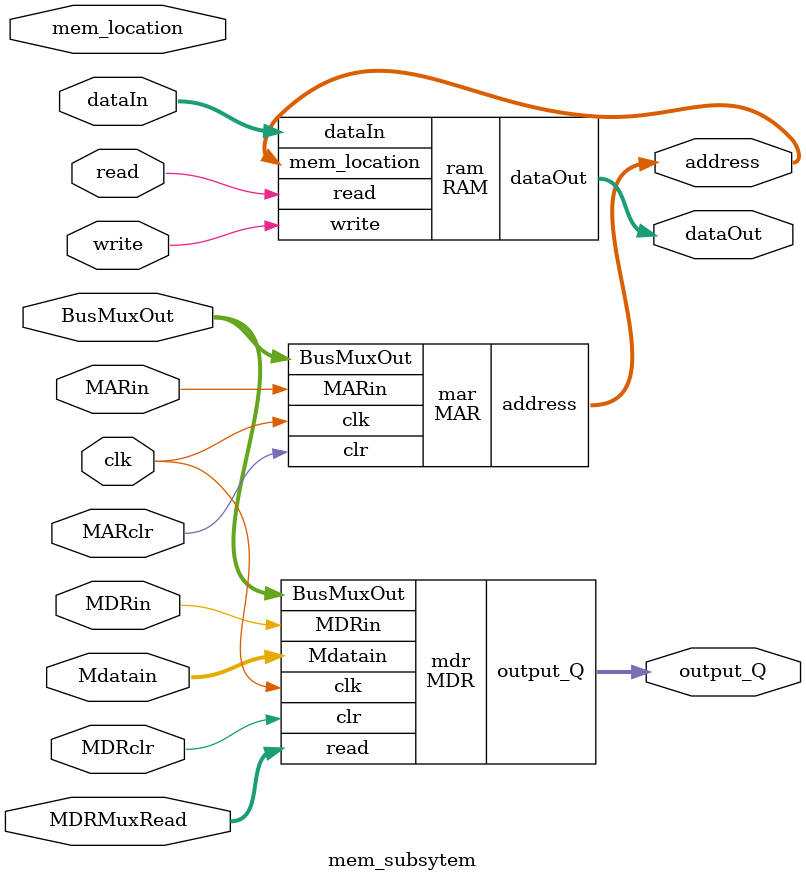
<source format=v>
`timescale 1ns/10ps

module Mux2to1(
  input read,
  input [31:0] input_0,
  input [31:0] input_1,
  output reg [31:0] output_MUX
  );

  always @ (posedge read)
  	begin
      case(read)
        0: output_MUX <= input_0;
        1: output_MUX <= input_1;
      endcase
    end
endmodule

module RAM(

  input [8:0] mem_location,

  input [31:0] dataIn,

  input read, write,

  output reg [31:0] dataOut

);

  // Memory in RAM
  reg [31:0] memory [511:0];


  always @ ( * ) begin
    if (read == 1)
      dataOut <= memory[mem_location];
    if (write == 1) begin
      memory[mem_location] <= dataIn;
    end
  end

endmodule


module MAR(
	input [31:0] BusMuxOut,
	input clr,
	input clk,
	input MARin,
  output [8:0] address
  );

	wire [31:0] reg_output_Q;

	gen_reg32 MDR_Reg(BusMuxOut, clk, clr, MARin, reg_output_Q);

  assign address = reg_output_Q[8:0];

endmodule


module MDR(
	input [31:0] BusMuxOut,
	input [31:0] Mdatain,
	input [31:0] read,
	input clr,
	input clk,
	input MDRin,
	output reg [31:0] output_Q
  );

  reg [31:0] output_Mux;

  Mux2to1 MD_Mux(read,BusMuxOut,Mdatain,output_Mux);

  gen_reg32 MDR_Reg(output_Mux, clk, clr, MDRin, output_Q);

endmodule


module mem_subsytem (
  // RAM
  input [8:0] mem_location,
  input [31:0] dataIn,
  input read, write,
  output reg [31:0] dataOut,

  // MAR
  input [31:0] BusMuxOut,
  input MARclr,
  input clk,
  input MARin,
  output [8:0] address,

  // MDR
  // input [31:0] BusMuxOut,
  input [31:0] Mdatain,
  input [31:0] MDRMuxRead,
  input MDRclr,
  // input clk,
  input MDRin,
  output reg [31:0] output_Q

  );


  MAR mar(BusMuxOut, MARclr, clk, MARin, address);

  RAM ram(address, dataIn, read, write, dataOut);

  MDR mdr(BusMuxOut, Mdatain, MDRMuxRead, MDRclr, clk, MDRin, output_Q);


endmodule //mem_subsytem

</source>
